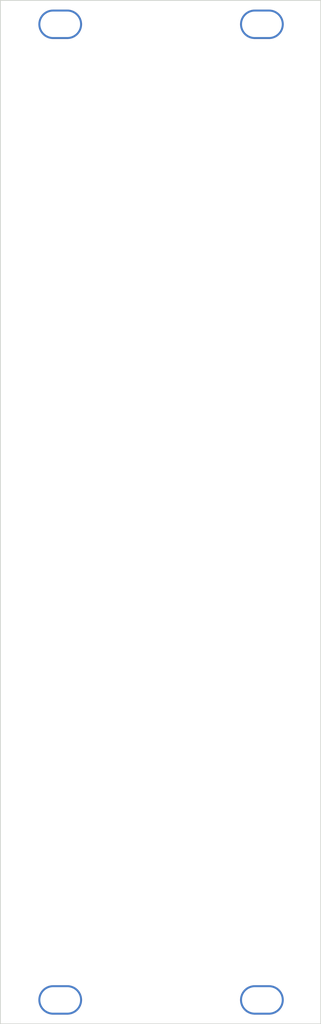
<source format=kicad_pcb>
(kicad_pcb (version 20211014) (generator pcbnew)
  (layers (0 "F.Cu" signal) (31 "B.Cu" signal) (34 "B.Paste" user) (35 "F.Paste" user) (36 "B.SilkS" user "B.Silkscreen") (37 "F.SilkS" user "F.Silkscreen") (38 "B.Mask" user) (39 "F.Mask" user) (44 "Edge.Cuts" user))
  (net 0 "")
  (footprint "" (layer "F.Cu") (at 7.526 125.5)
    (fp_text reference "" (at 0 0) (layer "F.SilkS") (effects (font (size 1.27 1.27))))
    (fp_text value "" (at 0 0) (layer "F.SilkS") (effects (font (size 1.27 1.27))))
    (pad "1" thru_hole oval (at 0 0) (size 5.5 3.7) (drill oval 5 3.2) (layers *.Cu *.Mask))
  )
  (footprint "" (layer "F.Cu") (at 32.9 3)
    (fp_text reference "" (at 0 0) (layer "F.SilkS") (effects (font (size 1.27 1.27))))
    (fp_text value "" (at 0 0) (layer "F.SilkS") (effects (font (size 1.27 1.27))))
    (pad "1" thru_hole oval (at 0 0) (size 5.5 3.7) (drill oval 5 3.2) (layers *.Cu *.Mask))
  )
  (footprint "" (layer "F.Cu") (at 7.526 3)
    (fp_text reference "" (at 0 0) (layer "F.SilkS") (effects (font (size 1.27 1.27))))
    (fp_text value "" (at 0 0) (layer "F.SilkS") (effects (font (size 1.27 1.27))))
    (pad "1" thru_hole oval (at 0 0) (size 5.5 3.7) (drill oval 5 3.2) (layers *.Cu *.Mask))
  )
  (footprint "" (layer "F.Cu") (at 32.9 125.5)
    (fp_text reference "" (at 0 0) (layer "F.SilkS") (effects (font (size 1.27 1.27))))
    (fp_text value "" (at 0 0) (layer "F.SilkS") (effects (font (size 1.27 1.27))))
    (pad "1" thru_hole oval (at 0 0) (size 5.5 3.7) (drill oval 5 3.2) (layers *.Cu *.Mask))
  )
  (gr_rect (start 0 0) (end 40.3 128.5) (layer "Edge.Cuts") (width 0.1) (fill none))
)
</source>
